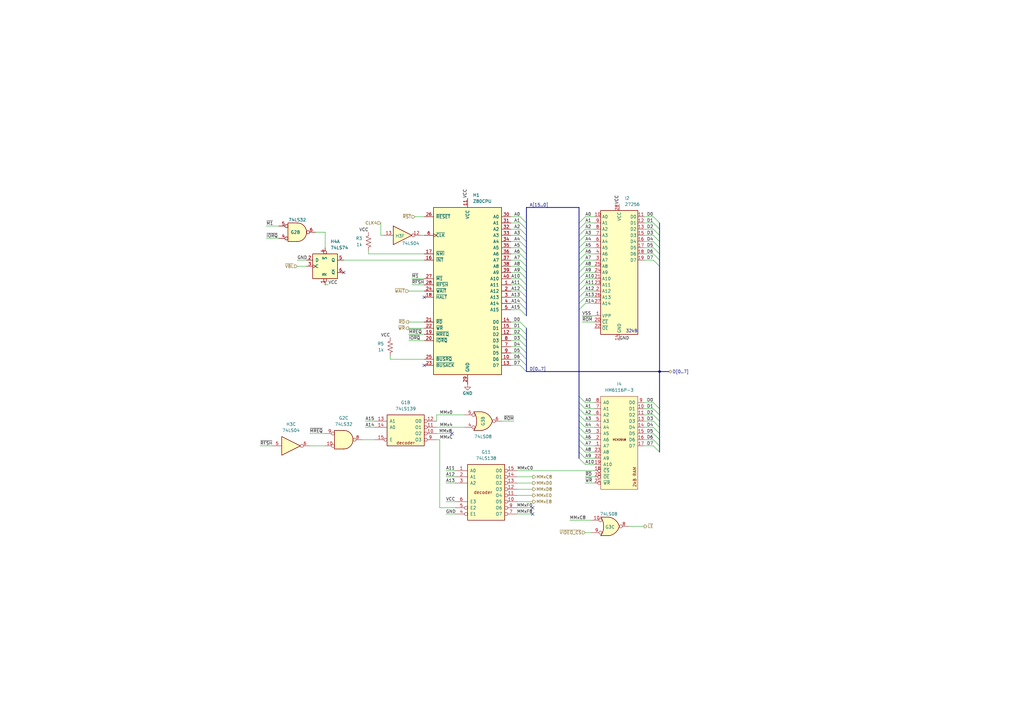
<source format=kicad_sch>
(kicad_sch (version 20231120) (generator "eeschema") (generator_version "8.0")
  (paper "A3")
  (title_block (title "Subordinate CPU") (date "2024-10-12") (company "JOTEGO") (comment 1 "Jose Tejada"))
  (lib_symbols
    (symbol "74xx:74LS04"
      (property "Reference" "U" (at 0 1.27 0))
      (property "Value" "74LS04" (at 0 -1.27 0))
      (symbol "74LS04_1_0"
        (polyline (pts (xy -3.81 3.81) (xy -3.81 -3.81) (xy 3.81 0) (xy -3.81 3.81)) (stroke (width 0.254)) (fill (type background)))
        (pin input line (at -7.62 0 0) (length 3.81) (name "~") (number "1"))
        (pin output inverted (at 7.62 0 180) (length 3.81) (name "~") (number "2"))
      )
      (symbol "74LS04_2_0"
        (polyline (pts (xy -3.81 3.81) (xy -3.81 -3.81) (xy 3.81 0) (xy -3.81 3.81)) (stroke (width 0.254)) (fill (type background)))
        (pin input line (at -7.62 0 0) (length 3.81) (name "~") (number "3"))
        (pin output inverted (at 7.62 0 180) (length 3.81) (name "~") (number "4"))
      )
      (symbol "74LS04_3_0"
        (polyline (pts (xy -3.81 3.81) (xy -3.81 -3.81) (xy 3.81 0) (xy -3.81 3.81)) (stroke (width 0.254)) (fill (type background)))
        (pin input line (at -7.62 0 0) (length 3.81) (name "~") (number "5"))
        (pin output inverted (at 7.62 0 180) (length 3.81) (name "~") (number "6"))
      )
      (symbol "74LS04_4_0"
        (polyline (pts (xy -3.81 3.81) (xy -3.81 -3.81) (xy 3.81 0) (xy -3.81 3.81)) (stroke (width 0.254)) (fill (type background)))
        (pin output inverted (at 7.62 0 180) (length 3.81) (name "~") (number "8"))
        (pin input line (at -7.62 0 0) (length 3.81) (name "~") (number "9"))
      )
      (symbol "74LS04_5_0"
        (polyline (pts (xy -3.81 3.81) (xy -3.81 -3.81) (xy 3.81 0) (xy -3.81 3.81)) (stroke (width 0.254)) (fill (type background)))
        (pin output inverted (at 7.62 0 180) (length 3.81) (name "~") (number "10"))
        (pin input line (at -7.62 0 0) (length 3.81) (name "~") (number "11"))
      )
      (symbol "74LS04_6_0"
        (polyline (pts (xy -3.81 3.81) (xy -3.81 -3.81) (xy 3.81 0) (xy -3.81 3.81)) (stroke (width 0.254)) (fill (type background)))
        (pin output inverted (at 7.62 0 180) (length 3.81) (name "~") (number "12"))
        (pin input line (at -7.62 0 0) (length 3.81) (name "~") (number "13"))
      )
      (symbol "74LS04_7_0"
        (pin power_in line (at 0 12.7 270) (length 5.08) (name "VCC") (number "14"))
        (pin power_in line (at 0 -12.7 90) (length 5.08) (name "GND") (number "7"))
      )
      (symbol "74LS04_7_1"
        (rectangle (start -5.08 7.62) (end 5.08 -7.62) (stroke (width 0.254)) (fill (type background)))
      )
    )
    (symbol "CPU:Z80CPU" (pin_names (offset 1.016))
      (property "Reference" "U" (at -13.97 35.56 0))
      (property "Value" "Z80CPU" (at 6.35 35.56 0))
      (symbol "Z80CPU_0_1"
        (rectangle (start -13.97 34.29) (end 13.97 -34.29) (stroke (width 0.254)) (fill (type background)))
      )
      (symbol "Z80CPU_1_1"
        (pin output line (at 17.78 2.54 180) (length 3.81) (name "A11") (number "1"))
        (pin bidirectional line (at 17.78 -27.94 180) (length 3.81) (name "D6") (number "10"))
        (pin power_in line (at 0 38.1 270) (length 3.81) (name "VCC") (number "11"))
        (pin bidirectional line (at 17.78 -17.78 180) (length 3.81) (name "D2") (number "12"))
        (pin bidirectional line (at 17.78 -30.48 180) (length 3.81) (name "D7") (number "13"))
        (pin bidirectional line (at 17.78 -12.7 180) (length 3.81) (name "D0") (number "14"))
        (pin bidirectional line (at 17.78 -15.24 180) (length 3.81) (name "D1") (number "15"))
        (pin input line (at -17.78 12.7 0) (length 3.81) (name "~{INT}") (number "16"))
        (pin input line (at -17.78 15.24 0) (length 3.81) (name "~{NMI}") (number "17"))
        (pin output line (at -17.78 -2.54 0) (length 3.81) (name "~{HALT}") (number "18"))
        (pin output line (at -17.78 -17.78 0) (length 3.81) (name "~{MREQ}") (number "19"))
        (pin output line (at 17.78 0 180) (length 3.81) (name "A12") (number "2"))
        (pin output line (at -17.78 -20.32 0) (length 3.81) (name "~{IORQ}") (number "20"))
        (pin output line (at -17.78 -12.7 0) (length 3.81) (name "~{RD}") (number "21"))
        (pin output line (at -17.78 -15.24 0) (length 3.81) (name "~{WR}") (number "22"))
        (pin output line (at -17.78 -30.48 0) (length 3.81) (name "~{BUSACK}") (number "23"))
        (pin input line (at -17.78 0 0) (length 3.81) (name "~{WAIT}") (number "24"))
        (pin input line (at -17.78 -27.94 0) (length 3.81) (name "~{BUSRQ}") (number "25"))
        (pin input line (at -17.78 30.48 0) (length 3.81) (name "~{RESET}") (number "26"))
        (pin output line (at -17.78 5.08 0) (length 3.81) (name "~{M1}") (number "27"))
        (pin output line (at -17.78 2.54 0) (length 3.81) (name "~{RFSH}") (number "28"))
        (pin power_in line (at 0 -38.1 90) (length 3.81) (name "GND") (number "29"))
        (pin output line (at 17.78 -2.54 180) (length 3.81) (name "A13") (number "3"))
        (pin output line (at 17.78 30.48 180) (length 3.81) (name "A0") (number "30"))
        (pin output line (at 17.78 27.94 180) (length 3.81) (name "A1") (number "31"))
        (pin output line (at 17.78 25.4 180) (length 3.81) (name "A2") (number "32"))
        (pin output line (at 17.78 22.86 180) (length 3.81) (name "A3") (number "33"))
        (pin output line (at 17.78 20.32 180) (length 3.81) (name "A4") (number "34"))
        (pin output line (at 17.78 17.78 180) (length 3.81) (name "A5") (number "35"))
        (pin output line (at 17.78 15.24 180) (length 3.81) (name "A6") (number "36"))
        (pin output line (at 17.78 12.7 180) (length 3.81) (name "A7") (number "37"))
        (pin output line (at 17.78 10.16 180) (length 3.81) (name "A8") (number "38"))
        (pin output line (at 17.78 7.62 180) (length 3.81) (name "A9") (number "39"))
        (pin output line (at 17.78 -5.08 180) (length 3.81) (name "A14") (number "4"))
        (pin output line (at 17.78 5.08 180) (length 3.81) (name "A10") (number "40"))
        (pin output line (at 17.78 -7.62 180) (length 3.81) (name "A15") (number "5"))
        (pin input clock (at -17.78 22.86 0) (length 3.81) (name "~{CLK}") (number "6"))
        (pin bidirectional line (at 17.78 -22.86 180) (length 3.81) (name "D4") (number "7"))
        (pin bidirectional line (at 17.78 -20.32 180) (length 3.81) (name "D3") (number "8"))
        (pin bidirectional line (at 17.78 -25.4 180) (length 3.81) (name "D5") (number "9"))
      )
    )
    (symbol "Device:R_US" (pin_numbers hide) (pin_names (offset 0))
      (property "Reference" "R" (at 2.54 0 90))
      (property "Value" "R_US" (at -2.54 0 90))
      (symbol "R_US_0_1"
        (polyline (pts (xy 0 -2.286) (xy 0 -2.54)))
        (polyline (pts (xy 0 2.286) (xy 0 2.54)))
        (polyline (pts (xy 0 -0.762) (xy 1.016 -1.143) (xy 0 -1.524) (xy -1.016 -1.905) (xy 0 -2.286)))
        (polyline (pts (xy 0 0.762) (xy 1.016 0.381) (xy 0 0) (xy -1.016 -0.381) (xy 0 -0.762)))
        (polyline (pts (xy 0 2.286) (xy 1.016 1.905) (xy 0 1.524) (xy -1.016 1.143) (xy 0 0.762)))
      )
      (symbol "R_US_1_1"
        (pin passive line (at 0 3.81 270) (length 1.27) (name "~") (number "1"))
        (pin passive line (at 0 -3.81 90) (length 1.27) (name "~") (number "2"))
      )
    )
    (symbol "HM6116P-3_1" (pin_names (offset 1.016))
      (property "Reference" "U" (at 0 21.59 0))
      (property "Value" "HM6116P-3" (at 1.27 19.05 0))
      (symbol "HM6116P-3_1_0_0"
        (text "2kB RAM" (at 6.35 -15.24 900) (effects (font (size 1.27 1.27))))
        (text "MCM2018" (at 0 0 0) (effects (font (size 0.762 0.762))))
      )
      (symbol "HM6116P-3_1_0_1"
        (rectangle (start -7.62 17.78) (end 7.62 -20.32) (fill (type background)))
      )
      (symbol "HM6116P-3_1_1_1"
        (pin input line (at -10.16 -2.54 0) (length 2.54) (name "A7") (number "1"))
        (pin tri_state line (at 10.16 12.7 180) (length 2.54) (name "D1") (number "10"))
        (pin tri_state line (at 10.16 10.16 180) (length 2.54) (name "D2") (number "11"))
        (pin power_in line (at 0 -20.32 90) (length 5.08) hide (name "VSS") (number "12"))
        (pin tri_state line (at 10.16 7.62 180) (length 2.54) (name "D3") (number "13"))
        (pin tri_state line (at 10.16 5.08 180) (length 2.54) (name "D4") (number "14"))
        (pin tri_state line (at 10.16 2.54 180) (length 2.54) (name "D5") (number "15"))
        (pin tri_state line (at 10.16 0 180) (length 2.54) (name "D6") (number "16"))
        (pin tri_state line (at 10.16 -2.54 180) (length 2.54) (name "D7") (number "17"))
        (pin input inverted (at -10.16 -12.7 0) (length 2.54) (name "~{CS}") (number "18"))
        (pin input line (at -10.16 -10.16 0) (length 2.54) (name "A10") (number "19"))
        (pin input line (at -10.16 0 0) (length 2.54) (name "A6") (number "2"))
        (pin input inverted (at -10.16 -15.24 0) (length 2.54) (name "~{OE}") (number "20"))
        (pin input inverted (at -10.16 -17.78 0) (length 2.54) (name "~{WR}") (number "21"))
        (pin input line (at -10.16 -7.62 0) (length 2.54) (name "A9") (number "22"))
        (pin input line (at -10.16 -5.08 0) (length 2.54) (name "A8") (number "23"))
        (pin power_in line (at 0 17.78 270) (length 5.08) hide (name "VCC") (number "24"))
        (pin input line (at -10.16 2.54 0) (length 2.54) (name "A5") (number "3"))
        (pin input line (at -10.16 5.08 0) (length 2.54) (name "A4") (number "4"))
        (pin input line (at -10.16 7.62 0) (length 2.54) (name "A3") (number "5"))
        (pin input line (at -10.16 10.16 0) (length 2.54) (name "A2") (number "6"))
        (pin input line (at -10.16 12.7 0) (length 2.54) (name "A1") (number "7"))
        (pin input line (at -10.16 15.24 0) (length 2.54) (name "A0") (number "8"))
        (pin tri_state line (at 10.16 15.24 180) (length 2.54) (name "D0") (number "9"))
      )
    )
    (symbol "Memory_EPROM:27256"
      (property "Reference" "U" (at -7.62 26.67 0))
      (property "Value" "27256" (at 2.54 -26.67 0))
      (symbol "27256_1_1"
        (rectangle (start -7.62 25.4) (end 7.62 -25.4) (stroke (width 0.254)) (fill (type background)))
        (pin input line (at -10.16 -17.78 0) (length 2.54) (name "VPP") (number "1"))
        (pin input line (at -10.16 22.86 0) (length 2.54) (name "A0") (number "10"))
        (pin tri_state line (at 10.16 22.86 180) (length 2.54) (name "D0") (number "11"))
        (pin tri_state line (at 10.16 20.32 180) (length 2.54) (name "D1") (number "12"))
        (pin tri_state line (at 10.16 17.78 180) (length 2.54) (name "D2") (number "13"))
        (pin power_in line (at 0 -27.94 90) (length 2.54) (name "GND") (number "14"))
        (pin tri_state line (at 10.16 15.24 180) (length 2.54) (name "D3") (number "15"))
        (pin tri_state line (at 10.16 12.7 180) (length 2.54) (name "D4") (number "16"))
        (pin tri_state line (at 10.16 10.16 180) (length 2.54) (name "D5") (number "17"))
        (pin tri_state line (at 10.16 7.62 180) (length 2.54) (name "D6") (number "18"))
        (pin tri_state line (at 10.16 5.08 180) (length 2.54) (name "D7") (number "19"))
        (pin input line (at -10.16 -7.62 0) (length 2.54) (name "A12") (number "2"))
        (pin input line (at -10.16 -20.32 0) (length 2.54) (name "~{CE}") (number "20"))
        (pin input line (at -10.16 -2.54 0) (length 2.54) (name "A10") (number "21"))
        (pin input line (at -10.16 -22.86 0) (length 2.54) (name "~{OE}") (number "22"))
        (pin input line (at -10.16 -5.08 0) (length 2.54) (name "A11") (number "23"))
        (pin input line (at -10.16 0 0) (length 2.54) (name "A9") (number "24"))
        (pin input line (at -10.16 2.54 0) (length 2.54) (name "A8") (number "25"))
        (pin input line (at -10.16 -10.16 0) (length 2.54) (name "A13") (number "26"))
        (pin input line (at -10.16 -12.7 0) (length 2.54) (name "A14") (number "27"))
        (pin power_in line (at 0 27.94 270) (length 2.54) (name "VCC") (number "28"))
        (pin input line (at -10.16 5.08 0) (length 2.54) (name "A7") (number "3"))
        (pin input line (at -10.16 7.62 0) (length 2.54) (name "A6") (number "4"))
        (pin input line (at -10.16 10.16 0) (length 2.54) (name "A5") (number "5"))
        (pin input line (at -10.16 12.7 0) (length 2.54) (name "A4") (number "6"))
        (pin input line (at -10.16 15.24 0) (length 2.54) (name "A3") (number "7"))
        (pin input line (at -10.16 17.78 0) (length 2.54) (name "A2") (number "8"))
        (pin input line (at -10.16 20.32 0) (length 2.54) (name "A1") (number "9"))
      )
    )
    (symbol "jt74:74LS08" (pin_names (offset 1.016))
      (property "Reference" "U" (at 0 1.27 0))
      (property "Value" "74LS08" (at 0 -1.27 0))
      (symbol "74LS08_1_1"
        (arc (start 0 -3.81) (mid 3.7934 0) (end 0 3.81) (stroke (width 0.254)) (fill (type background)))
        (polyline (pts (xy 0 3.81) (xy -3.81 3.81) (xy -3.81 -3.81) (xy 0 -3.81)) (stroke (width 0.254)) (fill (type background)))
        (pin input line (at -7.62 2.54 0) (length 3.81) (name "~") (number "1"))
        (pin input line (at -7.62 -2.54 0) (length 3.81) (name "~") (number "2"))
        (pin output line (at 7.62 0 180) (length 3.81) (name "~") (number "3"))
      )
      (symbol "74LS08_1_2"
        (arc (start -3.81 -3.81) (mid -2.589 0) (end -3.81 3.81) (stroke (width 0.254)))
        (arc (start -0.6096 -3.81) (mid 2.1842 -2.5851) (end 3.81 0) (stroke (width 0.254)) (fill (type background)))
        (polyline (pts (xy -3.81 -3.81) (xy -0.635 -3.81)) (stroke (width 0.254)) (fill (type background)))
        (polyline (pts (xy -3.81 3.81) (xy -0.635 3.81)) (stroke (width 0.254)) (fill (type background)))
        (polyline (pts (xy -0.635 3.81) (xy -3.81 3.81) (xy -3.81 3.81) (xy -3.556 3.4036) (xy -3.0226 2.2606) (xy -2.6924 1.0414) (xy -2.6162 -0.254) (xy -2.7686 -1.4986) (xy -3.175 -2.7178) (xy -3.81 -3.81) (xy -3.81 -3.81) (xy -0.635 -3.81)) (stroke (width -25.4)) (fill (type background)))
        (arc (start 3.81 0) (mid 2.1915 2.5936) (end -0.6096 3.81) (stroke (width 0.254)) (fill (type background)))
        (pin input inverted (at -7.62 2.54 0) (length 4.318) (name "~") (number "1"))
        (pin input inverted (at -7.62 -2.54 0) (length 4.318) (name "~") (number "2"))
        (pin output inverted (at 7.62 0 180) (length 3.81) (name "~") (number "3"))
      )
      (symbol "74LS08_2_1"
        (arc (start 0 -3.81) (mid 3.7934 0) (end 0 3.81) (stroke (width 0.254)) (fill (type background)))
        (polyline (pts (xy 0 3.81) (xy -3.81 3.81) (xy -3.81 -3.81) (xy 0 -3.81)) (stroke (width 0.254)) (fill (type background)))
        (pin input line (at -7.62 2.54 0) (length 3.81) (name "~") (number "4"))
        (pin input line (at -7.62 -2.54 0) (length 3.81) (name "~") (number "5"))
        (pin output line (at 7.62 0 180) (length 3.81) (name "~") (number "6"))
      )
      (symbol "74LS08_2_2"
        (arc (start -3.81 -3.81) (mid -2.589 0) (end -3.81 3.81) (stroke (width 0.254)))
        (arc (start -0.6096 -3.81) (mid 2.1842 -2.5851) (end 3.81 0) (stroke (width 0.254)) (fill (type background)))
        (polyline (pts (xy -3.81 -3.81) (xy -0.635 -3.81)) (stroke (width 0.254)) (fill (type background)))
        (polyline (pts (xy -3.81 3.81) (xy -0.635 3.81)) (stroke (width 0.254)) (fill (type background)))
        (polyline (pts (xy -0.635 3.81) (xy -3.81 3.81) (xy -3.81 3.81) (xy -3.556 3.4036) (xy -3.0226 2.2606) (xy -2.6924 1.0414) (xy -2.6162 -0.254) (xy -2.7686 -1.4986) (xy -3.175 -2.7178) (xy -3.81 -3.81) (xy -3.81 -3.81) (xy -0.635 -3.81)) (stroke (width -25.4)) (fill (type background)))
        (arc (start 3.81 0) (mid 2.1915 2.5936) (end -0.6096 3.81) (stroke (width 0.254)) (fill (type background)))
        (pin input inverted (at -7.62 2.54 0) (length 4.318) (name "~") (number "4"))
        (pin input inverted (at -7.62 -2.54 0) (length 4.318) (name "~") (number "5"))
        (pin output inverted (at 7.62 0 180) (length 3.81) (name "~") (number "6"))
      )
      (symbol "74LS08_3_1"
        (arc (start 0 -3.81) (mid 3.7934 0) (end 0 3.81) (stroke (width 0.254)) (fill (type background)))
        (polyline (pts (xy 0 3.81) (xy -3.81 3.81) (xy -3.81 -3.81) (xy 0 -3.81)) (stroke (width 0.254)) (fill (type background)))
        (pin input line (at -7.62 -2.54 0) (length 3.81) (name "~") (number "10"))
        (pin output line (at 7.62 0 180) (length 3.81) (name "~") (number "8"))
        (pin input line (at -7.62 2.54 0) (length 3.81) (name "~") (number "9"))
      )
      (symbol "74LS08_3_2"
        (arc (start -3.81 -3.81) (mid -2.589 0) (end -3.81 3.81) (stroke (width 0.254)))
        (arc (start -0.6096 -3.81) (mid 2.1842 -2.5851) (end 3.81 0) (stroke (width 0.254)) (fill (type background)))
        (polyline (pts (xy -3.81 -3.81) (xy -0.635 -3.81)) (stroke (width 0.254)) (fill (type background)))
        (polyline (pts (xy -3.81 3.81) (xy -0.635 3.81)) (stroke (width 0.254)) (fill (type background)))
        (polyline (pts (xy -0.635 3.81) (xy -3.81 3.81) (xy -3.81 3.81) (xy -3.556 3.4036) (xy -3.0226 2.2606) (xy -2.6924 1.0414) (xy -2.6162 -0.254) (xy -2.7686 -1.4986) (xy -3.175 -2.7178) (xy -3.81 -3.81) (xy -3.81 -3.81) (xy -0.635 -3.81)) (stroke (width -25.4)) (fill (type background)))
        (arc (start 3.81 0) (mid 2.1915 2.5936) (end -0.6096 3.81) (stroke (width 0.254)) (fill (type background)))
        (pin input inverted (at -7.62 -2.54 0) (length 4.318) (name "~") (number "10"))
        (pin output inverted (at 7.62 0 180) (length 3.81) (name "~") (number "8"))
        (pin input inverted (at -7.62 2.54 0) (length 4.318) (name "~") (number "9"))
      )
      (symbol "74LS08_4_1"
        (arc (start 0 -3.81) (mid 3.7934 0) (end 0 3.81) (stroke (width 0.254)) (fill (type background)))
        (polyline (pts (xy 0 3.81) (xy -3.81 3.81) (xy -3.81 -3.81) (xy 0 -3.81)) (stroke (width 0.254)) (fill (type background)))
        (pin output line (at 7.62 0 180) (length 3.81) (name "~") (number "11"))
        (pin input line (at -7.62 2.54 0) (length 3.81) (name "~") (number "12"))
        (pin input line (at -7.62 -2.54 0) (length 3.81) (name "~") (number "13"))
      )
      (symbol "74LS08_4_2"
        (arc (start -3.81 -3.81) (mid -2.589 0) (end -3.81 3.81) (stroke (width 0.254)))
        (arc (start -0.6096 -3.81) (mid 2.1842 -2.5851) (end 3.81 0) (stroke (width 0.254)) (fill (type background)))
        (polyline (pts (xy -3.81 -3.81) (xy -0.635 -3.81)) (stroke (width 0.254)) (fill (type background)))
        (polyline (pts (xy -3.81 3.81) (xy -0.635 3.81)) (stroke (width 0.254)) (fill (type background)))
        (polyline (pts (xy -0.635 3.81) (xy -3.81 3.81) (xy -3.81 3.81) (xy -3.556 3.4036) (xy -3.0226 2.2606) (xy -2.6924 1.0414) (xy -2.6162 -0.254) (xy -2.7686 -1.4986) (xy -3.175 -2.7178) (xy -3.81 -3.81) (xy -3.81 -3.81) (xy -0.635 -3.81)) (stroke (width -25.4)) (fill (type background)))
        (arc (start 3.81 0) (mid 2.1915 2.5936) (end -0.6096 3.81) (stroke (width 0.254)) (fill (type background)))
        (pin output inverted (at 7.62 0 180) (length 3.81) (name "~") (number "11"))
        (pin input inverted (at -7.62 2.54 0) (length 4.318) (name "~") (number "12"))
        (pin input inverted (at -7.62 -2.54 0) (length 4.318) (name "~") (number "13"))
      )
      (symbol "74LS08_5_0"
        (pin power_in line (at 0 7.62 270) (length 5.08) hide (name "VCC") (number "14"))
        (pin power_in line (at 0 -7.62 90) (length 5.08) hide (name "VSS") (number "7"))
      )
      (symbol "74LS08_5_1"
        (rectangle (start -5.08 7.62) (end 5.08 -7.62) (stroke (width 0.254)) (fill (type background)))
      )
    )
    (symbol "jt74:74LS138" (pin_names (offset 1.016))
      (property "Reference" "U" (at 6.35 11.43 0))
      (property "Value" "74LS138" (at 3.81 -13.97 0))
      (symbol "74LS138_0_0"
        (text "decoder" (at -1.27 -1.27 0) (effects (font (size 1.27 1.27))))
      )
      (symbol "74LS138_1_0"
        (pin input line (at -12.7 7.62 0) (length 5.08) (name "A0") (number "1"))
        (pin output inverted (at 12.7 -5.08 180) (length 5.08) (name "O5") (number "10"))
        (pin output inverted (at 12.7 -2.54 180) (length 5.08) (name "O4") (number "11"))
        (pin output inverted (at 12.7 0 180) (length 5.08) (name "O3") (number "12"))
        (pin output inverted (at 12.7 2.54 180) (length 5.08) (name "O2") (number "13"))
        (pin output inverted (at 12.7 5.08 180) (length 5.08) (name "O1") (number "14"))
        (pin output inverted (at 12.7 7.62 180) (length 5.08) (name "O0") (number "15"))
        (pin input line (at -12.7 5.08 0) (length 5.08) (name "A1") (number "2"))
        (pin input line (at -12.7 2.54 0) (length 5.08) (name "A2") (number "3"))
        (pin input inverted (at -12.7 -10.16 0) (length 5.08) (name "E1") (number "4"))
        (pin input inverted (at -12.7 -7.62 0) (length 5.08) (name "E2") (number "5"))
        (pin input line (at -12.7 -5.08 0) (length 5.08) (name "E3") (number "6"))
        (pin output inverted (at 12.7 -10.16 180) (length 5.08) (name "O7") (number "7"))
        (pin output inverted (at 12.7 -7.62 180) (length 5.08) (name "O6") (number "9"))
      )
      (symbol "74LS138_1_1"
        (rectangle (start -7.62 10.16) (end 7.62 -12.7) (stroke (width 0.254)) (fill (type background)))
      )
    )
    (symbol "jt74:74LS139" (pin_names (offset 1.016))
      (property "Reference" "U" (at 6.35 6.35 0))
      (property "Value" "74LS139" (at -7.62 -8.89 0))
      (symbol "74LS139_0_0"
        (text "decoder" (at 0 -6.35 0) (effects (font (size 1.27 1.27))))
      )
      (symbol "74LS139_1_0"
        (pin input inverted (at -12.7 -5.08 0) (length 5.08) (name "E") (number "1"))
        (pin input line (at -12.7 0 0) (length 5.08) (name "A0") (number "2"))
        (pin input line (at -12.7 2.54 0) (length 5.08) (name "A1") (number "3"))
        (pin output inverted (at 12.7 2.54 180) (length 5.08) (name "O0") (number "4"))
        (pin output inverted (at 12.7 0 180) (length 5.08) (name "O1") (number "5"))
        (pin output inverted (at 12.7 -2.54 180) (length 5.08) (name "O2") (number "6"))
        (pin output inverted (at 12.7 -5.08 180) (length 5.08) (name "O3") (number "7"))
      )
      (symbol "74LS139_1_1"
        (rectangle (start -7.62 5.08) (end 7.62 -7.62) (stroke (width 0.254)) (fill (type background)))
      )
      (symbol "74LS139_2_0"
        (pin output inverted (at 12.7 -2.54 180) (length 5.08) (name "O2") (number "10"))
        (pin output inverted (at 12.7 0 180) (length 5.08) (name "O1") (number "11"))
        (pin output inverted (at 12.7 2.54 180) (length 5.08) (name "O0") (number "12"))
        (pin input line (at -12.7 2.54 0) (length 5.08) (name "A1") (number "13"))
        (pin input line (at -12.7 0 0) (length 5.08) (name "A0") (number "14"))
        (pin input inverted (at -12.7 -5.08 0) (length 5.08) (name "E") (number "15"))
        (pin output inverted (at 12.7 -5.08 180) (length 5.08) (name "O3") (number "9"))
      )
      (symbol "74LS139_2_1"
        (rectangle (start -7.62 5.08) (end 7.62 -7.62) (stroke (width 0.254)) (fill (type background)))
      )
      (symbol "74LS139_3_0"
        (pin power_in line (at 0 7.62 270) (length 5.08) hide (name "VCC") (number "16"))
        (pin power_in line (at 0 -7.62 90) (length 5.08) hide (name "VSS") (number "8"))
      )
      (symbol "74LS139_3_1"
        (rectangle (start -5.08 7.62) (end 5.08 -7.62) (stroke (width 0.254)) (fill (type background)))
      )
    )
    (symbol "jt74:74LS32" (pin_names (offset 1.016))
      (property "Reference" "U" (at 0 1.27 0))
      (property "Value" "74LS32" (at 0 -1.27 0))
      (symbol "74LS32_1_1"
        (arc (start -3.81 -3.81) (mid -2.589 0) (end -3.81 3.81) (stroke (width 0.254)))
        (arc (start -0.6096 -3.81) (mid 2.1842 -2.5851) (end 3.81 0) (stroke (width 0.254)) (fill (type background)))
        (polyline (pts (xy -3.81 -3.81) (xy -0.635 -3.81)) (stroke (width 0.254)) (fill (type background)))
        (polyline (pts (xy -3.81 3.81) (xy -0.635 3.81)) (stroke (width 0.254)) (fill (type background)))
        (polyline (pts (xy -0.635 3.81) (xy -3.81 3.81) (xy -3.81 3.81) (xy -3.556 3.4036) (xy -3.0226 2.2606) (xy -2.6924 1.0414) (xy -2.6162 -0.254) (xy -2.7686 -1.4986) (xy -3.175 -2.7178) (xy -3.81 -3.81) (xy -3.81 -3.81) (xy -0.635 -3.81)) (stroke (width -25.4)) (fill (type background)))
        (arc (start 3.81 0) (mid 2.1915 2.5936) (end -0.6096 3.81) (stroke (width 0.254)) (fill (type background)))
        (pin input line (at -7.62 2.54 0) (length 4.318) (name "~") (number "1"))
        (pin input line (at -7.62 -2.54 0) (length 4.318) (name "~") (number "2"))
        (pin output line (at 7.62 0 180) (length 3.81) (name "~") (number "3"))
      )
      (symbol "74LS32_1_2"
        (arc (start 0 -3.81) (mid 3.7934 0) (end 0 3.81) (stroke (width 0.254)) (fill (type background)))
        (polyline (pts (xy 0 3.81) (xy -3.81 3.81) (xy -3.81 -3.81) (xy 0 -3.81)) (stroke (width 0.254)) (fill (type background)))
        (pin input inverted (at -7.62 2.54 0) (length 3.81) (name "~") (number "1"))
        (pin input inverted (at -7.62 -2.54 0) (length 3.81) (name "~") (number "2"))
        (pin output inverted (at 7.62 0 180) (length 3.81) (name "~") (number "3"))
      )
      (symbol "74LS32_2_1"
        (arc (start -3.81 -3.81) (mid -2.589 0) (end -3.81 3.81) (stroke (width 0.254)))
        (arc (start -0.6096 -3.81) (mid 2.1842 -2.5851) (end 3.81 0) (stroke (width 0.254)) (fill (type background)))
        (polyline (pts (xy -3.81 -3.81) (xy -0.635 -3.81)) (stroke (width 0.254)) (fill (type background)))
        (polyline (pts (xy -3.81 3.81) (xy -0.635 3.81)) (stroke (width 0.254)) (fill (type background)))
        (polyline (pts (xy -0.635 3.81) (xy -3.81 3.81) (xy -3.81 3.81) (xy -3.556 3.4036) (xy -3.0226 2.2606) (xy -2.6924 1.0414) (xy -2.6162 -0.254) (xy -2.7686 -1.4986) (xy -3.175 -2.7178) (xy -3.81 -3.81) (xy -3.81 -3.81) (xy -0.635 -3.81)) (stroke (width -25.4)) (fill (type background)))
        (arc (start 3.81 0) (mid 2.1915 2.5936) (end -0.6096 3.81) (stroke (width 0.254)) (fill (type background)))
        (pin input line (at -7.62 2.54 0) (length 4.318) (name "~") (number "4"))
        (pin input line (at -7.62 -2.54 0) (length 4.318) (name "~") (number "5"))
        (pin output line (at 7.62 0 180) (length 3.81) (name "~") (number "6"))
      )
      (symbol "74LS32_2_2"
        (arc (start 0 -3.81) (mid 3.7934 0) (end 0 3.81) (stroke (width 0.254)) (fill (type background)))
        (polyline (pts (xy 0 3.81) (xy -3.81 3.81) (xy -3.81 -3.81) (xy 0 -3.81)) (stroke (width 0.254)) (fill (type background)))
        (pin input inverted (at -7.62 2.54 0) (length 3.81) (name "~") (number "4"))
        (pin input inverted (at -7.62 -2.54 0) (length 3.81) (name "~") (number "5"))
        (pin output inverted (at 7.62 0 180) (length 3.81) (name "~") (number "6"))
      )
      (symbol "74LS32_3_1"
        (arc (start -3.81 -3.81) (mid -2.589 0) (end -3.81 3.81) (stroke (width 0.254)))
        (arc (start -0.6096 -3.81) (mid 2.1842 -2.5851) (end 3.81 0) (stroke (width 0.254)) (fill (type background)))
        (polyline (pts (xy -3.81 -3.81) (xy -0.635 -3.81)) (stroke (width 0.254)) (fill (type background)))
        (polyline (pts (xy -3.81 3.81) (xy -0.635 3.81)) (stroke (width 0.254)) (fill (type background)))
        (polyline (pts (xy -0.635 3.81) (xy -3.81 3.81) (xy -3.81 3.81) (xy -3.556 3.4036) (xy -3.0226 2.2606) (xy -2.6924 1.0414) (xy -2.6162 -0.254) (xy -2.7686 -1.4986) (xy -3.175 -2.7178) (xy -3.81 -3.81) (xy -3.81 -3.81) (xy -0.635 -3.81)) (stroke (width -25.4)) (fill (type background)))
        (arc (start 3.81 0) (mid 2.1915 2.5936) (end -0.6096 3.81) (stroke (width 0.254)) (fill (type background)))
        (pin input line (at -7.62 -2.54 0) (length 4.318) (name "~") (number "10"))
        (pin output line (at 7.62 0 180) (length 3.81) (name "~") (number "8"))
        (pin input line (at -7.62 2.54 0) (length 4.318) (name "~") (number "9"))
      )
      (symbol "74LS32_3_2"
        (arc (start 0 -3.81) (mid 3.7934 0) (end 0 3.81) (stroke (width 0.254)) (fill (type background)))
        (polyline (pts (xy 0 3.81) (xy -3.81 3.81) (xy -3.81 -3.81) (xy 0 -3.81)) (stroke (width 0.254)) (fill (type background)))
        (pin input inverted (at -7.62 -2.54 0) (length 3.81) (name "~") (number "10"))
        (pin output inverted (at 7.62 0 180) (length 3.81) (name "~") (number "8"))
        (pin input inverted (at -7.62 2.54 0) (length 3.81) (name "~") (number "9"))
      )
      (symbol "74LS32_4_1"
        (arc (start -3.81 -3.81) (mid -2.589 0) (end -3.81 3.81) (stroke (width 0.254)))
        (arc (start -0.6096 -3.81) (mid 2.1842 -2.5851) (end 3.81 0) (stroke (width 0.254)) (fill (type background)))
        (polyline (pts (xy -3.81 -3.81) (xy -0.635 -3.81)) (stroke (width 0.254)) (fill (type background)))
        (polyline (pts (xy -3.81 3.81) (xy -0.635 3.81)) (stroke (width 0.254)) (fill (type background)))
        (polyline (pts (xy -0.635 3.81) (xy -3.81 3.81) (xy -3.81 3.81) (xy -3.556 3.4036) (xy -3.0226 2.2606) (xy -2.6924 1.0414) (xy -2.6162 -0.254) (xy -2.7686 -1.4986) (xy -3.175 -2.7178) (xy -3.81 -3.81) (xy -3.81 -3.81) (xy -0.635 -3.81)) (stroke (width -25.4)) (fill (type background)))
        (arc (start 3.81 0) (mid 2.1915 2.5936) (end -0.6096 3.81) (stroke (width 0.254)) (fill (type background)))
        (pin output line (at 7.62 0 180) (length 3.81) (name "~") (number "11"))
        (pin input line (at -7.62 2.54 0) (length 4.318) (name "~") (number "12"))
        (pin input line (at -7.62 -2.54 0) (length 4.318) (name "~") (number "13"))
      )
      (symbol "74LS32_4_2"
        (arc (start 0 -3.81) (mid 3.7934 0) (end 0 3.81) (stroke (width 0.254)) (fill (type background)))
        (polyline (pts (xy 0 3.81) (xy -3.81 3.81) (xy -3.81 -3.81) (xy 0 -3.81)) (stroke (width 0.254)) (fill (type background)))
        (pin output inverted (at 7.62 0 180) (length 3.81) (name "~") (number "11"))
        (pin input inverted (at -7.62 2.54 0) (length 3.81) (name "~") (number "12"))
        (pin input inverted (at -7.62 -2.54 0) (length 3.81) (name "~") (number "13"))
      )
      (symbol "74LS32_5_0"
        (pin power_in line (at 0 7.62 270) (length 5.08) hide (name "VCC") (number "14"))
        (pin power_in line (at 0 -7.62 90) (length 5.08) hide (name "VSS") (number "7"))
      )
      (symbol "74LS32_5_1"
        (rectangle (start -5.08 7.62) (end 5.08 -7.62) (stroke (width 0.254)) (fill (type background)))
      )
    )
    (symbol "jt74:74LS74" (pin_names (offset 1.016))
      (property "Reference" "U" (at 0 2.54 0))
      (property "Value" "74LS74" (at 0 0 0))
      (symbol "74LS74_1_0"
        (pin input inverted (at 0 -7.62 90) (length 2.54) (name "~{R}") (number "1"))
        (pin input line (at -7.62 2.54 0) (length 2.54) (name "D") (number "2"))
        (pin input clock (at -7.62 0 0) (length 2.54) (name "C") (number "3"))
        (pin input inverted (at 0 7.62 270) (length 2.54) (name "~{S}") (number "4"))
        (pin output line (at 7.62 2.54 180) (length 2.54) (name "Q") (number "5"))
        (pin output line (at 7.62 -2.54 180) (length 2.54) (name "~{Q}") (number "6"))
      )
      (symbol "74LS74_1_1"
        (rectangle (start -5.08 5.08) (end 5.08 -5.08) (stroke (width 0.254)) (fill (type background)))
      )
      (symbol "74LS74_2_0"
        (pin input clock (at -7.62 0 0) (length 2.54) (name "C") (number "11"))
        (pin input line (at -7.62 2.54 0) (length 2.54) (name "D") (number "12"))
        (pin input inverted (at 0 -7.62 90) (length 2.54) (name "~{R}") (number "13"))
        (pin output inverted (at 7.62 -2.54 180) (length 2.54) (name "~{Q}") (number "8"))
        (pin output line (at 7.62 2.54 180) (length 2.54) (name "Q") (number "9"))
      )
      (symbol "74LS74_2_1"
        (rectangle (start -5.08 5.08) (end 5.08 -5.08) (stroke (width 0.254)) (fill (type background)))
        (pin input inverted (at 0 7.62 270) (length 2.54) (name "~{S}") (number "10"))
      )
      (symbol "74LS74_3_0"
        (pin power_in line (at 0 7.62 270) (length 2.54) hide (name "VCC") (number "14"))
        (pin power_in line (at 0 -7.62 90) (length 2.54) hide (name "VSS") (number "7"))
      )
      (symbol "74LS74_3_1"
        (rectangle (start -5.08 7.62) (end 5.08 -7.62) (stroke (width 0.254)) (fill (type background)))
      )
    )
    (symbol "power:GND" (power) (pin_numbers hide) (pin_names (offset 0) hide)
      (property "Value" "GND" (at 0 -3.81 0))
      (symbol "GND_0_1"
        (polyline (pts (xy 0 0) (xy 0 -1.27) (xy 1.27 -1.27) (xy 0 -2.54) (xy -1.27 -1.27) (xy 0 -1.27)))
      )
      (symbol "GND_1_1"
        (pin power_in line (at 0 0 270) (length 0) (name "~") (number "1"))
      )
    )
  )
  (junction (at 270.51 152.4))
  (no_connect (at 173.99 121.92))
  (no_connect (at 218.44 208.28))
  (no_connect (at 185.42 177.8))
  (no_connect (at 173.99 149.86))
  (no_connect (at 140.97 111.76))
  (no_connect (at 218.44 210.82))
  (bus_entry (at 267.97 170.18) (size 2.54 2.54))
  (bus_entry (at 213.36 121.92) (size 2.54 2.54))
  (bus_entry (at 240.03 124.46) (size -2.54 2.54))
  (bus_entry (at 240.03 187.96) (size -2.54 -2.54))
  (bus_entry (at 213.36 104.14) (size 2.54 2.54))
  (bus_entry (at 213.36 124.46) (size 2.54 2.54))
  (bus_entry (at 267.97 101.6) (size 2.54 2.54))
  (bus_entry (at 240.03 106.68) (size -2.54 2.54))
  (bus_entry (at 240.03 104.14) (size -2.54 2.54))
  (bus_entry (at 213.36 137.16) (size 2.54 2.54))
  (bus_entry (at 240.03 119.38) (size -2.54 2.54))
  (bus_entry (at 240.03 167.64) (size -2.54 -2.54))
  (bus_entry (at 240.03 172.72) (size -2.54 -2.54))
  (bus_entry (at 213.36 119.38) (size 2.54 2.54))
  (bus_entry (at 240.03 101.6) (size -2.54 2.54))
  (bus_entry (at 267.97 93.98) (size 2.54 2.54))
  (bus_entry (at 240.03 190.5) (size -2.54 -2.54))
  (bus_entry (at 213.36 149.86) (size 2.54 2.54))
  (bus_entry (at 213.36 101.6) (size 2.54 2.54))
  (bus_entry (at 267.97 182.88) (size 2.54 2.54))
  (bus_entry (at 267.97 165.1) (size 2.54 2.54))
  (bus_entry (at 240.03 165.1) (size -2.54 -2.54))
  (bus_entry (at 213.36 116.84) (size 2.54 2.54))
  (bus_entry (at 240.03 175.26) (size -2.54 -2.54))
  (bus_entry (at 240.03 177.8) (size -2.54 -2.54))
  (bus_entry (at 240.03 170.18) (size -2.54 -2.54))
  (bus_entry (at 213.36 111.76) (size 2.54 2.54))
  (bus_entry (at 213.36 96.52) (size 2.54 2.54))
  (bus_entry (at 213.36 127) (size 2.54 2.54))
  (bus_entry (at 240.03 116.84) (size -2.54 2.54))
  (bus_entry (at 240.03 109.22) (size -2.54 2.54))
  (bus_entry (at 213.36 147.32) (size 2.54 2.54))
  (bus_entry (at 240.03 185.42) (size -2.54 -2.54))
  (bus_entry (at 240.03 111.76) (size -2.54 2.54))
  (bus_entry (at 267.97 177.8) (size 2.54 2.54))
  (bus_entry (at 213.36 99.06) (size 2.54 2.54))
  (bus_entry (at 213.36 132.08) (size 2.54 2.54))
  (bus_entry (at 240.03 91.44) (size -2.54 2.54))
  (bus_entry (at 213.36 91.44) (size 2.54 2.54))
  (bus_entry (at 267.97 99.06) (size 2.54 2.54))
  (bus_entry (at 267.97 88.9) (size 2.54 2.54))
  (bus_entry (at 213.36 134.62) (size 2.54 2.54))
  (bus_entry (at 240.03 93.98) (size -2.54 2.54))
  (bus_entry (at 267.97 172.72) (size 2.54 2.54))
  (bus_entry (at 267.97 91.44) (size 2.54 2.54))
  (bus_entry (at 240.03 182.88) (size -2.54 -2.54))
  (bus_entry (at 267.97 175.26) (size 2.54 2.54))
  (bus_entry (at 213.36 106.68) (size 2.54 2.54))
  (bus_entry (at 213.36 144.78) (size 2.54 2.54))
  (bus_entry (at 240.03 180.34) (size -2.54 -2.54))
  (bus_entry (at 267.97 104.14) (size 2.54 2.54))
  (bus_entry (at 213.36 114.3) (size 2.54 2.54))
  (bus_entry (at 267.97 106.68) (size 2.54 2.54))
  (bus_entry (at 240.03 99.06) (size -2.54 2.54))
  (bus_entry (at 213.36 88.9) (size 2.54 2.54))
  (bus_entry (at 213.36 139.7) (size 2.54 2.54))
  (bus_entry (at 240.03 96.52) (size -2.54 2.54))
  (bus_entry (at 267.97 96.52) (size 2.54 2.54))
  (bus_entry (at 267.97 180.34) (size 2.54 2.54))
  (bus_entry (at 240.03 114.3) (size -2.54 2.54))
  (bus_entry (at 240.03 121.92) (size -2.54 2.54))
  (bus_entry (at 213.36 93.98) (size 2.54 2.54))
  (bus_entry (at 240.03 88.9) (size -2.54 2.54))
  (bus_entry (at 213.36 109.22) (size 2.54 2.54))
  (bus_entry (at 267.97 167.64) (size 2.54 2.54))
  (bus_entry (at 213.36 142.24) (size 2.54 2.54))
  (wire (pts (xy 167.64 139.7) (xy 173.99 139.7)))
  (wire (pts (xy 180.34 208.28) (xy 186.69 208.28)))
  (bus (pts (xy 215.9 147.32) (xy 215.9 149.86)))
  (bus (pts (xy 215.9 127) (xy 215.9 124.46)))
  (wire (pts (xy 209.55 127) (xy 213.36 127)))
  (wire (pts (xy 264.16 180.34) (xy 267.97 180.34)))
  (bus (pts (xy 215.9 119.38) (xy 215.9 116.84)))
  (wire (pts (xy 209.55 137.16) (xy 213.36 137.16)))
  (bus (pts (xy 215.9 116.84) (xy 215.9 114.3)))
  (wire (pts (xy 243.84 116.84) (xy 240.03 116.84)))
  (bus (pts (xy 237.49 180.34) (xy 237.49 182.88)))
  (wire (pts (xy 243.84 96.52) (xy 240.03 96.52)))
  (wire (pts (xy 180.34 180.34) (xy 179.07 180.34)))
  (bus (pts (xy 215.9 99.06) (xy 215.9 96.52)))
  (wire (pts (xy 264.16 99.06) (xy 267.97 99.06)))
  (bus (pts (xy 237.49 175.26) (xy 237.49 177.8)))
  (wire (pts (xy 209.55 109.22) (xy 213.36 109.22)))
  (wire (pts (xy 264.16 215.9) (xy 257.81 215.9)))
  (wire (pts (xy 212.09 210.82) (xy 218.44 210.82)))
  (wire (pts (xy 180.34 180.34) (xy 180.34 208.28)))
  (wire (pts (xy 182.88 198.12) (xy 186.69 198.12)))
  (wire (pts (xy 209.55 93.98) (xy 213.36 93.98)))
  (bus (pts (xy 237.49 114.3) (xy 237.49 116.84)))
  (wire (pts (xy 240.03 198.12) (xy 243.84 198.12)))
  (wire (pts (xy 243.84 93.98) (xy 240.03 93.98)))
  (wire (pts (xy 218.44 195.58) (xy 212.09 195.58)))
  (wire (pts (xy 264.16 88.9) (xy 267.97 88.9)))
  (wire (pts (xy 264.16 167.64) (xy 267.97 167.64)))
  (bus (pts (xy 270.51 104.14) (xy 270.51 106.68)))
  (wire (pts (xy 179.07 170.18) (xy 190.5 170.18)))
  (wire (pts (xy 264.16 96.52) (xy 267.97 96.52)))
  (wire (pts (xy 133.35 95.25) (xy 133.35 101.6)))
  (bus (pts (xy 237.49 96.52) (xy 237.49 99.06)))
  (wire (pts (xy 167.64 134.62) (xy 173.99 134.62)))
  (wire (pts (xy 212.09 205.74) (xy 218.44 205.74)))
  (wire (pts (xy 264.16 106.68) (xy 267.97 106.68)))
  (wire (pts (xy 209.55 134.62) (xy 213.36 134.62)))
  (wire (pts (xy 243.84 114.3) (xy 240.03 114.3)))
  (wire (pts (xy 243.84 111.76) (xy 240.03 111.76)))
  (bus (pts (xy 270.51 180.34) (xy 270.51 182.88)))
  (wire (pts (xy 106.68 182.88) (xy 111.76 182.88)))
  (wire (pts (xy 212.09 198.12) (xy 218.44 198.12)))
  (wire (pts (xy 149.86 172.72) (xy 153.67 172.72)))
  (bus (pts (xy 270.51 167.64) (xy 270.51 170.18)))
  (bus (pts (xy 270.51 106.68) (xy 270.51 109.22)))
  (wire (pts (xy 264.16 101.6) (xy 267.97 101.6)))
  (wire (pts (xy 182.88 195.58) (xy 186.69 195.58)))
  (wire (pts (xy 264.16 170.18) (xy 267.97 170.18)))
  (bus (pts (xy 215.9 104.14) (xy 215.9 101.6)))
  (wire (pts (xy 209.55 147.32) (xy 213.36 147.32)))
  (bus (pts (xy 270.51 152.4) (xy 270.51 167.64)))
  (bus (pts (xy 215.9 139.7) (xy 215.9 142.24)))
  (wire (pts (xy 243.84 180.34) (xy 240.03 180.34)))
  (wire (pts (xy 121.92 109.22) (xy 125.73 109.22)))
  (wire (pts (xy 243.84 106.68) (xy 240.03 106.68)))
  (wire (pts (xy 264.16 182.88) (xy 267.97 182.88)))
  (bus (pts (xy 237.49 104.14) (xy 237.49 106.68)))
  (bus (pts (xy 270.51 91.44) (xy 270.51 93.98)))
  (wire (pts (xy 209.55 116.84) (xy 213.36 116.84)))
  (wire (pts (xy 209.55 139.7) (xy 213.36 139.7)))
  (wire (pts (xy 264.16 91.44) (xy 267.97 91.44)))
  (wire (pts (xy 209.55 142.24) (xy 213.36 142.24)))
  (wire (pts (xy 209.55 114.3) (xy 213.36 114.3)))
  (wire (pts (xy 243.84 190.5) (xy 240.03 190.5)))
  (wire (pts (xy 156.21 96.52) (xy 157.48 96.52)))
  (bus (pts (xy 237.49 124.46) (xy 237.49 127)))
  (wire (pts (xy 264.16 165.1) (xy 267.97 165.1)))
  (wire (pts (xy 109.22 97.79) (xy 114.3 97.79)))
  (wire (pts (xy 240.03 195.58) (xy 243.84 195.58)))
  (wire (pts (xy 240.03 218.44) (xy 242.57 218.44)))
  (wire (pts (xy 243.84 165.1) (xy 240.03 165.1)))
  (wire (pts (xy 160.02 147.32) (xy 160.02 146.05)))
  (bus (pts (xy 270.51 96.52) (xy 270.51 99.06)))
  (wire (pts (xy 264.16 93.98) (xy 267.97 93.98)))
  (bus (pts (xy 237.49 119.38) (xy 237.49 121.92)))
  (bus (pts (xy 237.49 170.18) (xy 237.49 172.72)))
  (wire (pts (xy 240.03 124.46) (xy 243.84 124.46)))
  (wire (pts (xy 243.84 182.88) (xy 240.03 182.88)))
  (wire (pts (xy 209.55 101.6) (xy 213.36 101.6)))
  (wire (pts (xy 243.84 88.9) (xy 240.03 88.9)))
  (wire (pts (xy 264.16 175.26) (xy 267.97 175.26)))
  (wire (pts (xy 121.92 106.68) (xy 125.73 106.68)))
  (bus (pts (xy 270.51 109.22) (xy 270.51 152.4)))
  (bus (pts (xy 237.49 127) (xy 237.49 162.56)))
  (wire (pts (xy 172.72 96.52) (xy 173.99 96.52)))
  (wire (pts (xy 179.07 172.72) (xy 179.07 170.18)))
  (wire (pts (xy 212.09 208.28) (xy 218.44 208.28)))
  (wire (pts (xy 212.09 200.66) (xy 218.44 200.66)))
  (bus (pts (xy 237.49 165.1) (xy 237.49 167.64)))
  (wire (pts (xy 170.18 88.9) (xy 173.99 88.9)))
  (bus (pts (xy 215.9 137.16) (xy 215.9 139.7)))
  (wire (pts (xy 182.88 205.74) (xy 186.69 205.74)))
  (wire (pts (xy 209.55 104.14) (xy 213.36 104.14)))
  (wire (pts (xy 148.59 180.34) (xy 153.67 180.34)))
  (bus (pts (xy 215.9 109.22) (xy 215.9 106.68)))
  (bus (pts (xy 237.49 162.56) (xy 237.49 165.1)))
  (bus (pts (xy 270.51 152.4) (xy 274.32 152.4)))
  (wire (pts (xy 151.13 102.87) (xy 151.13 104.14)))
  (wire (pts (xy 127 177.8) (xy 133.35 177.8)))
  (bus (pts (xy 270.51 93.98) (xy 270.51 96.52)))
  (wire (pts (xy 243.84 99.06) (xy 240.03 99.06)))
  (wire (pts (xy 243.84 109.22) (xy 240.03 109.22)))
  (wire (pts (xy 209.55 149.86) (xy 213.36 149.86)))
  (bus (pts (xy 237.49 109.22) (xy 237.49 111.76)))
  (bus (pts (xy 237.49 182.88) (xy 237.49 185.42)))
  (wire (pts (xy 209.55 121.92) (xy 213.36 121.92)))
  (wire (pts (xy 243.84 121.92) (xy 240.03 121.92)))
  (wire (pts (xy 179.07 177.8) (xy 185.42 177.8)))
  (wire (pts (xy 233.68 213.36) (xy 242.57 213.36)))
  (bus (pts (xy 237.49 121.92) (xy 237.49 124.46)))
  (bus (pts (xy 237.49 177.8) (xy 237.49 180.34)))
  (wire (pts (xy 243.84 104.14) (xy 240.03 104.14)))
  (wire (pts (xy 243.84 170.18) (xy 240.03 170.18)))
  (bus (pts (xy 215.9 152.4) (xy 270.51 152.4)))
  (bus (pts (xy 270.51 99.06) (xy 270.51 101.6)))
  (bus (pts (xy 215.9 114.3) (xy 215.9 111.76)))
  (wire (pts (xy 243.84 175.26) (xy 240.03 175.26)))
  (wire (pts (xy 209.55 99.06) (xy 213.36 99.06)))
  (bus (pts (xy 237.49 167.64) (xy 237.49 170.18)))
  (wire (pts (xy 209.55 106.68) (xy 213.36 106.68)))
  (bus (pts (xy 215.9 129.54) (xy 215.9 127)))
  (wire (pts (xy 173.99 147.32) (xy 160.02 147.32)))
  (bus (pts (xy 215.9 106.68) (xy 215.9 104.14)))
  (bus (pts (xy 237.49 85.09) (xy 237.49 91.44)))
  (wire (pts (xy 209.55 144.78) (xy 213.36 144.78)))
  (wire (pts (xy 168.91 116.84) (xy 173.99 116.84)))
  (bus (pts (xy 215.9 144.78) (xy 215.9 147.32)))
  (bus (pts (xy 215.9 96.52) (xy 215.9 93.98)))
  (wire (pts (xy 182.88 193.04) (xy 186.69 193.04)))
  (bus (pts (xy 215.9 101.6) (xy 215.9 99.06)))
  (wire (pts (xy 179.07 175.26) (xy 190.5 175.26)))
  (wire (pts (xy 238.76 129.54) (xy 243.84 129.54)))
  (wire (pts (xy 182.88 210.82) (xy 186.69 210.82)))
  (wire (pts (xy 168.91 114.3) (xy 173.99 114.3)))
  (wire (pts (xy 243.84 167.64) (xy 240.03 167.64)))
  (bus (pts (xy 215.9 121.92) (xy 215.9 119.38)))
  (bus (pts (xy 237.49 106.68) (xy 237.49 109.22)))
  (bus (pts (xy 237.49 172.72) (xy 237.49 175.26)))
  (wire (pts (xy 209.55 132.08) (xy 213.36 132.08)))
  (bus (pts (xy 237.49 116.84) (xy 237.49 119.38)))
  (wire (pts (xy 167.64 119.38) (xy 173.99 119.38)))
  (wire (pts (xy 205.74 172.72) (xy 210.82 172.72)))
  (bus (pts (xy 270.51 177.8) (xy 270.51 180.34)))
  (bus (pts (xy 215.9 111.76) (xy 215.9 109.22)))
  (bus (pts (xy 215.9 93.98) (xy 215.9 91.44)))
  (wire (pts (xy 243.84 119.38) (xy 240.03 119.38)))
  (bus (pts (xy 237.49 99.06) (xy 237.49 101.6)))
  (wire (pts (xy 212.09 193.04) (xy 243.84 193.04)))
  (bus (pts (xy 215.9 134.62) (xy 215.9 137.16)))
  (wire (pts (xy 264.16 104.14) (xy 267.97 104.14)))
  (bus (pts (xy 215.9 149.86) (xy 215.9 152.4)))
  (bus (pts (xy 215.9 124.46) (xy 215.9 121.92)))
  (bus (pts (xy 237.49 93.98) (xy 237.49 96.52)))
  (bus (pts (xy 270.51 182.88) (xy 270.51 185.42)))
  (bus (pts (xy 270.51 172.72) (xy 270.51 175.26)))
  (wire (pts (xy 209.55 119.38) (xy 213.36 119.38)))
  (wire (pts (xy 243.84 177.8) (xy 240.03 177.8)))
  (wire (pts (xy 212.09 203.2) (xy 218.44 203.2)))
  (wire (pts (xy 264.16 172.72) (xy 267.97 172.72)))
  (wire (pts (xy 209.55 111.76) (xy 213.36 111.76)))
  (wire (pts (xy 243.84 101.6) (xy 240.03 101.6)))
  (bus (pts (xy 237.49 101.6) (xy 237.49 104.14)))
  (bus (pts (xy 237.49 185.42) (xy 237.49 187.96)))
  (wire (pts (xy 127 182.88) (xy 133.35 182.88)))
  (wire (pts (xy 209.55 96.52) (xy 213.36 96.52)))
  (wire (pts (xy 209.55 124.46) (xy 213.36 124.46)))
  (bus (pts (xy 270.51 101.6) (xy 270.51 104.14)))
  (wire (pts (xy 243.84 172.72) (xy 240.03 172.72)))
  (bus (pts (xy 237.49 111.76) (xy 237.49 114.3)))
  (wire (pts (xy 167.64 132.08) (xy 173.99 132.08)))
  (wire (pts (xy 140.97 106.68) (xy 173.99 106.68)))
  (wire (pts (xy 243.84 91.44) (xy 240.03 91.44)))
  (wire (pts (xy 243.84 185.42) (xy 240.03 185.42)))
  (wire (pts (xy 264.16 177.8) (xy 267.97 177.8)))
  (wire (pts (xy 238.76 132.08) (xy 243.84 132.08)))
  (wire (pts (xy 156.21 91.44) (xy 156.21 96.52)))
  (wire (pts (xy 167.64 137.16) (xy 173.99 137.16)))
  (wire (pts (xy 243.84 187.96) (xy 240.03 187.96)))
  (wire (pts (xy 209.55 91.44) (xy 213.36 91.44)))
  (bus (pts (xy 270.51 175.26) (xy 270.51 177.8)))
  (bus (pts (xy 237.49 91.44) (xy 237.49 93.98)))
  (wire (pts (xy 134.62 116.84) (xy 133.35 116.84)))
  (wire (pts (xy 149.86 175.26) (xy 153.67 175.26)))
  (wire (pts (xy 109.22 92.71) (xy 114.3 92.71)))
  (bus (pts (xy 215.9 142.24) (xy 215.9 144.78)))
  (wire (pts (xy 133.35 95.25) (xy 129.54 95.25)))
  (wire (pts (xy 209.55 88.9) (xy 213.36 88.9)))
  (wire (pts (xy 151.13 104.14) (xy 173.99 104.14)))
  (bus (pts (xy 215.9 85.09) (xy 237.49 85.09)))
  (bus (pts (xy 215.9 91.44) (xy 215.9 85.09)))
  (bus (pts (xy 270.51 170.18) (xy 270.51 172.72)))
  (text "32kB" (at 259.08 135.89 0) (effects (font (size 1.27 1.27))))
  (label "D1" (at 213.36 134.62 180))
  (label "~{WR}" (at 240.03 198.12 0))
  (label "A8" (at 213.36 109.22 180))
  (label "MMx4" (at 180.34 175.26 0))
  (label "VSS" (at 238.76 129.54 0))
  (label "VCC" (at 151.13 95.25 180))
  (label "A14" (at 149.86 175.26 0))
  (label "A9" (at 240.03 111.76 0))
  (label "A13" (at 182.88 198.12 0))
  (label "D1" (at 267.97 91.44 180))
  (label "~{M1}" (at 109.22 92.71 0))
  (label "~{IORQ}" (at 167.64 139.7 0))
  (label "D4" (at 213.36 142.24 180))
  (label "A11" (at 182.88 193.04 0))
  (label "D6" (at 267.97 180.34 180))
  (label "A10" (at 213.36 114.3 180))
  (label "GND" (at 121.92 106.68 0))
  (label "MMxF8" (at 218.44 210.82 180))
  (label "A5" (at 213.36 101.6 180))
  (label "A12" (at 182.88 195.58 0))
  (label "A9" (at 213.36 111.76 180))
  (label "A6" (at 240.03 104.14 0))
  (label "A7" (at 240.03 182.88 0))
  (label "A11" (at 240.03 116.84 0))
  (label "D3" (at 213.36 139.7 180))
  (label "~{RD}" (at 240.03 195.58 0))
  (label "A12" (at 213.36 119.38 180))
  (label "D0" (at 267.97 165.1 180))
  (label "~{RFSH}" (at 106.68 182.88 0))
  (label "A7" (at 213.36 106.68 180))
  (label "~{MREQ}" (at 127 177.8 0))
  (label "D6" (at 267.97 104.14 180))
  (label "A14" (at 213.36 124.46 180))
  (label "D5" (at 267.97 101.6 180))
  (label "A1" (at 240.03 167.64 0))
  (label "A3" (at 240.03 172.72 0))
  (label "A8" (at 240.03 185.42 0))
  (label "A4" (at 240.03 99.06 0))
  (label "VCC" (at 160.02 138.43 180))
  (label "A1" (at 213.36 91.44 180))
  (label "VCC" (at 254 83.82 90))
  (label "~{ROM}" (at 210.82 172.72 180))
  (label "D0" (at 213.36 132.08 180))
  (label "A8" (at 240.03 109.22 0))
  (label "A2" (at 213.36 93.98 180))
  (label "A10" (at 240.03 190.5 0))
  (label "MMxC" (at 180.34 180.34 0))
  (label "~{RFSH}" (at 168.91 116.84 0))
  (label "A4" (at 240.03 175.26 0))
  (label "A15" (at 213.36 127 180))
  (label "A3" (at 213.36 96.52 180))
  (label "VCC" (at 182.88 205.74 0))
  (label "D4" (at 267.97 175.26 180))
  (label "D3" (at 267.97 172.72 180))
  (label "A5" (at 240.03 101.6 0))
  (label "D7" (at 267.97 182.88 180))
  (label "A14" (at 240.03 124.46 0))
  (label "A13" (at 213.36 121.92 180))
  (label "A4" (at 213.36 99.06 180))
  (label "D7" (at 267.97 106.68 180))
  (label "~{M1}" (at 168.91 114.3 0))
  (label "~{ROM}" (at 238.76 132.08 0))
  (label "D5" (at 213.36 144.78 180))
  (label "D7" (at 213.36 149.86 180))
  (label "A0" (at 240.03 165.1 0))
  (label "A0" (at 213.36 88.9 180))
  (label "A5" (at 240.03 177.8 0))
  (label "GND" (at 254 139.7 0))
  (label "A2" (at 240.03 170.18 0))
  (label "D2" (at 213.36 137.16 180))
  (label "A11" (at 213.36 116.84 180))
  (label "A2" (at 240.03 93.98 0))
  (label "VCC" (at 191.77 81.28 90))
  (label "MMxC8" (at 233.68 213.36 0))
  (label "VCC" (at 134.62 116.84 0))
  (label "MMx8" (at 185.42 177.8 180))
  (label "A13" (at 240.03 121.92 0))
  (label "A3" (at 240.03 96.52 0))
  (label "A0" (at 240.03 88.9 0))
  (label "A[15..0]" (at 217.17 85.09 0))
  (label "D3" (at 267.97 96.52 180))
  (label "D5" (at 267.97 177.8 180))
  (label "A6" (at 240.03 180.34 0))
  (label "A15" (at 149.86 172.72 0))
  (label "A6" (at 213.36 104.14 180))
  (label "~{IORQ}" (at 109.22 97.79 0))
  (label "D6" (at 213.36 147.32 180))
  (label "~{MREQ}" (at 167.64 137.16 0))
  (label "D0" (at 267.97 88.9 180))
  (label "A9" (at 240.03 187.96 0))
  (label "D1" (at 267.97 167.64 180))
  (label "A7" (at 240.03 106.68 0))
  (label "A12" (at 240.03 119.38 0))
  (label "D4" (at 267.97 99.06 180))
  (label "D2" (at 267.97 170.18 180))
  (label "MMxC0" (at 212.09 193.04 0))
  (label "A10" (at 240.03 114.3 0))
  (label "D[0..7]" (at 217.17 152.4 0))
  (label "A1" (at 240.03 91.44 0))
  (label "MMx0" (at 180.34 170.18 0))
  (label "MMxF0" (at 218.44 208.28 180))
  (label "GND" (at 182.88 210.82 0))
  (label "D2" (at 267.97 93.98 180))
  (hierarchical_label "~{VIDEO_CS}" (shape input) (at 240.03 218.44 180))
  (hierarchical_label "MMxC8" (shape output) (at 218.44 195.58 0))
  (hierarchical_label "~{RD}" (shape output) (at 167.64 132.08 180))
  (hierarchical_label "~{WR}" (shape output) (at 167.64 134.62 180))
  (hierarchical_label "~{VBL}" (shape input) (at 121.92 109.22 180))
  (hierarchical_label "~{LE}" (shape output) (at 264.16 215.9 0))
  (hierarchical_label "CLK4" (shape input) (at 156.21 91.44 180))
  (hierarchical_label "MMxD8" (shape output) (at 218.44 200.66 0))
  (hierarchical_label "~{RST}" (shape input) (at 170.18 88.9 180))
  (hierarchical_label "MMxD0" (shape output) (at 218.44 198.12 0))
  (hierarchical_label "MMxE8" (shape output) (at 218.44 205.74 0))
  (hierarchical_label "D[0..7]" (shape bidirectional) (at 274.32 152.4 0))
  (hierarchical_label "~{WAIT}" (shape input) (at 167.64 119.38 180))
  (hierarchical_label "MMxE0" (shape output) (at 218.44 203.2 0))
  (symbol (lib_id "74xx:74LS04") (at 165.1 96.52 0) (unit 6)
    (property "Reference" "H3" (at 164.084 96.774 0))
    (property "Value" "74LS04" (at 168.402 99.822 0))
    (property "Datasheet" "http://www.ti.com/lit/gpn/sn74LS04" (effects (hide yes)))
    (property "Description" "Hex Inverter" (effects (hide yes)))
  )
  (symbol (lib_id "jt74:74LS08") (at 198.12 172.72 0) (mirror x) (unit 2) (convert 2)
    (property "Reference" "G3" (at 198.12 172.72 90))
    (property "Value" "74LS08" (at 198.1117 179.07 0))
    (property "Datasheet" "http://www.ti.com/lit/gpn/sn74LS08" (effects (hide yes)))
    (property "Description" "Quad And2" (effects (hide yes)))
  )
  (symbol (lib_id "jt74:74LS138") (at 199.39 200.66 0) (unit 1)
    (property "Reference" "G11" (at 199.39 185.42 0))
    (property "Value" "74LS138" (at 199.39 187.96 0))
    (property "Datasheet" "http://www.ti.com/lit/gpn/sn74LS138" (effects (hide yes)))
    (property "Description" "Decoder 3 to 8 active low outputs" (effects (hide yes)))
  )
  (symbol (lib_name "HM6116P-3_1") (lib_id "arcade:HM6116P-3") (at 254 180.34 0) (unit 1)
    (property "Reference" "I4" (at 254 157.48 0))
    (property "Value" "HM6116P-3" (at 254 160.02 0))
    (property "Datasheet" "https://www.alldatasheet.com/datasheet-pdf/pdf/77359/HITACHI/HM6116.html" (effects (hide yes)))
  )
  (symbol (lib_id "jt74:74LS32") (at 140.97 180.34 0) (unit 3) (convert 2)
    (property "Reference" "G2" (at 140.97 171.45 0))
    (property "Value" "74LS32" (at 140.97 173.99 0))
    (property "Datasheet" "http://www.ti.com/lit/gpn/sn74LS32" (effects (hide yes)))
    (property "Description" "Quad 2-input OR" (effects (hide yes)))
  )
  (symbol (lib_id "74xx:74LS04") (at 119.38 182.88 0) (unit 3)
    (property "Reference" "H3" (at 119.38 173.99 0))
    (property "Value" "74LS04" (at 119.38 176.53 0))
    (property "Datasheet" "http://www.ti.com/lit/gpn/sn74LS04" (effects (hide yes)))
    (property "Description" "Hex Inverter" (effects (hide yes)))
  )
  (symbol (lib_id "jt74:74LS32") (at 121.92 95.25 0) (mirror x) (unit 2) (convert 2)
    (property "Reference" "G2" (at 121.158 95.25 0))
    (property "Value" "74LS32" (at 121.92 90.17 0))
    (property "Datasheet" "http://www.ti.com/lit/gpn/sn74LS32" (effects (hide yes)))
    (property "Description" "Quad 2-input OR" (effects (hide yes)))
  )
  (symbol (lib_id "Device:R_US") (at 160.02 142.24 0) (mirror y) (unit 1)
    (property "Reference" "R5" (at 157.48 140.9699 0) (effects (justify left)))
    (property "Value" "1k" (at 157.48 143.5099 0) (effects (justify left)))
    (property "Description" "Resistor, US symbol" (effects (hide yes)))
  )
  (symbol (lib_id "jt74:74LS74") (at 133.35 109.22 0) (unit 1)
    (property "Reference" "H4" (at 135.5441 99.06 0) (effects (justify left)))
    (property "Value" "74LS74" (at 135.5441 101.6 0) (effects (justify left)))
    (property "Datasheet" "74xx/74hc_hct74.pdf" (effects (hide yes)))
    (property "Description" "Dual D Flip-flop, Set & Reset" (effects (hide yes)))
  )
  (symbol (lib_id "jt74:74LS08") (at 250.19 215.9 0) (mirror x) (unit 3) (convert 2)
    (property "Reference" "G3" (at 250.19 216.154 0))
    (property "Value" "74LS08" (at 249.682 210.82 0))
    (property "Datasheet" "http://www.ti.com/lit/gpn/sn74LS08" (effects (hide yes)))
    (property "Description" "Quad And2" (effects (hide yes)))
  )
  (symbol (lib_id "Device:R_US") (at 151.13 99.06 0) (mirror y) (unit 1)
    (property "Reference" "R3" (at 148.59 97.7899 0) (effects (justify left)))
    (property "Value" "1k" (at 148.59 100.3299 0) (effects (justify left)))
    (property "Description" "Resistor, US symbol" (effects (hide yes)))
  )
  (symbol (lib_id "jt74:74LS139") (at 166.37 175.26 0) (unit 2)
    (property "Reference" "G1" (at 166.37 165.1 0))
    (property "Value" "74LS139" (at 166.37 167.64 0))
    (property "Datasheet" "http://www.ti.com/lit/gpn/sn74LS139" (effects (hide yes)))
    (property "Description" "Dual Decoder 1 of 4, Active low outputs" (effects (hide yes)))
  )
  (symbol (lib_id "power:GND") (at 191.77 157.48 0) (unit 1)
    (property "Reference" "#PWR051" (effects (hide yes)))
    (property "Value" "GND" (at 191.77 161.29 0))
    (property "Description" "Power symbol creates a global label with name \"GND\" , ground" (effects (hide yes)))
  )
  (symbol (lib_id "Memory_EPROM:27256") (at 254 111.76 0) (unit 1)
    (property "Reference" "I2" (at 256.1941 81.28 0) (effects (justify left)))
    (property "Value" "27256" (at 256.1941 83.82 0) (effects (justify left)))
    (property "Footprint" "Package_DIP:DIP-28_W15.24mm" (effects (hide yes)))
    (property "Datasheet" "http://datasheet.octopart.com/D27256-2-Intel-datasheet-17852618.pdf" (effects (hide yes)))
    (property "Description" "UV Erasable EPROM 256 KiBit, [Obsolete 2000-11]" (effects (hide yes)))
  )
  (symbol (lib_id "CPU:Z80CPU") (at 191.77 119.38 0) (unit 1)
    (property "Reference" "H1" (at 193.9641 80.01 0) (effects (justify left)))
    (property "Value" "Z80CPU" (at 193.9641 82.55 0) (effects (justify left)))
    (property "Datasheet" "www.zilog.com/manage_directlink.php?filepath=docs/z80/um0080" (effects (hide yes)))
    (property "Description" "8-bit General Purpose Microprocessor, DIP-40" (effects (hide yes)))
  )
)
</source>
